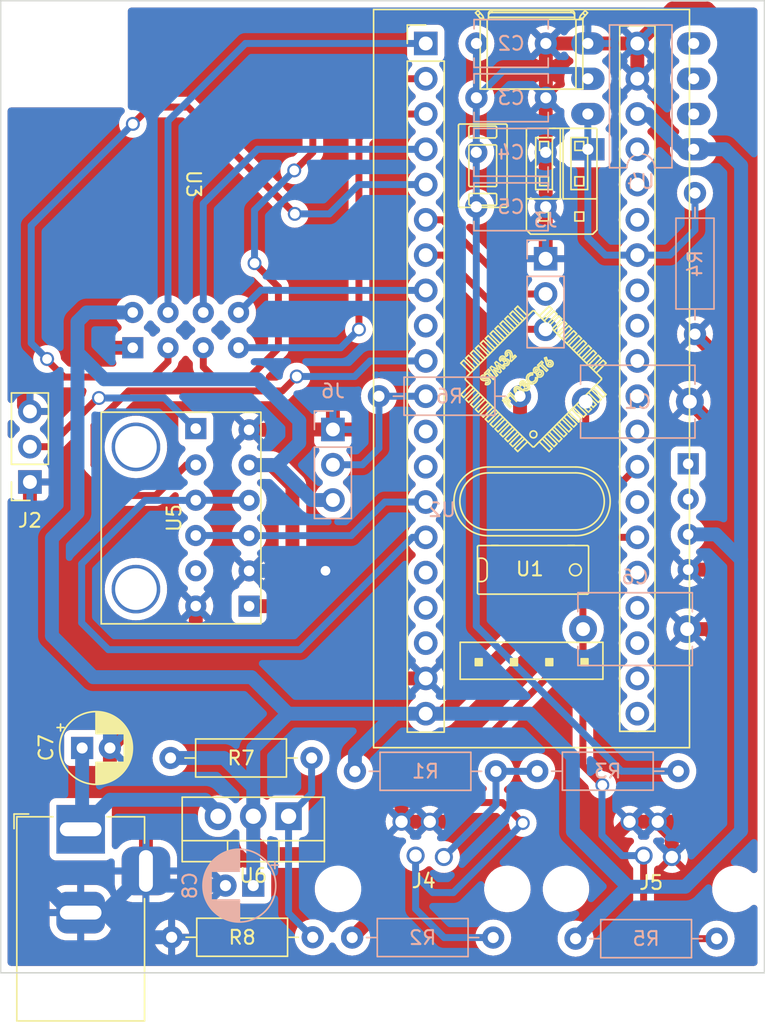
<source format=kicad_pcb>
(kicad_pcb (version 20211014) (generator pcbnew)
  (layers (0 "F.Cu" signal) (31 "B.Cu" signal) (34 "B.Paste" user) (35 "F.Paste" user) (36 "B.SilkS" user "B.Silkscreen") (37 "F.SilkS" user "F.Silkscreen") (38 "B.Mask" user) (39 "F.Mask" user) (44 "Edge.Cuts" user))
  (net 0 "")
  (net 1 "GND")
  (net 2 "Anemometer")
  (net 3 "+3V3")
  (net 4 "/32768Hz out")
  (net 5 "UART_TX")
  (net 6 "UART_RX")
  (net 7 "WindVane_raw")
  (net 8 "DS18B20")
  (net 9 "Wind_Vane")
  (net 10 "LoRa_NCSS")
  (net 11 "LoRa_SCLK")
  (net 12 "LoRa_MISO")
  (net 14 "LoRa_MOSI")
  (net 16 "LoRa_Reset")
  (net 19 "LoRa_DIO0")
  (net 21 "RTC_ALARM")
  (net 25 "I2C_CLK")
  (net 26 "Rain_Gauge")
  (net 27 "I2C_SDA")
  (net 40 "/Passive LPF")
  (net 45 "VCC")
  (net 46 "/V_adj")
  (footprint "RJ11-Connectors:4P4C" (layer "F.Cu") (at 196.81 103.46)
    (fp_text reference "J5" (at 0.04 0.045 unlocked) (layer "F.SilkS"))
    (fp_text value "4P4C" hide)
    (pad "" np_thru_hole circle (at 6.1 0.5) (size 2.36 2.36) (drill 2.36) (layers F&B.Cu *.Mask))
    (pad "" np_thru_hole circle (at -6.1 0.5) (size 2.36 2.36) (drill 2.36) (layers F&B.Cu *.Mask))
    (pad "1" thru_hole circle (at -1.525 -4.34) (size 1.3 1.3) (drill 0.89) (layers *.Cu *.Mask) (net 1 "GND"))
    (pad "2" thru_hole circle (at 0.51 -4.34) (size 1.3 1.3) (drill 0.89) (layers *.Cu *.Mask) (net 1 "GND"))
    (pad "3" thru_hole circle (at -0.51 -1.9) (size 1.3 1.3) (drill 0.89) (layers *.Cu *.Mask) (net 26 "Rain_Gauge"))
    (pad "4" thru_hole circle (at 1.525 -1.8) (size 1.3 1.3) (drill 0.89) (layers *.Cu *.Mask) (net 1 "GND"))
  )
  (footprint "Resistor_THT:R_Axial_DIN0207_L6.3mm_D2.5mm_P10.16mm_Horizontal" (layer "F.Cu") (at 172.39 94.53 180)
    (fp_text reference "R7" (at 5.08 -0.01) (layer "F.SilkS"))
    (fp_text value "240" hide)
    (pad "1" thru_hole circle (at 0 0 180) (size 1.6 1.6) (drill 0.8) (layers *.Cu *.Mask) (net 46 "/V_adj"))
    (pad "2" thru_hole oval (at 10.16 0 180) (size 1.6 1.6) (drill 0.8) (layers *.Cu *.Mask) (net 3 "+3V3"))
  )
  (footprint "Capacitor_THT:CP_Radial_D5.0mm_P2.00mm" (layer "F.Cu") (at 155.864888 93.81)
    (fp_text reference "C7" (at -2.594888 -0.02 90) (layer "F.SilkS"))
    (fp_text value "0.1u" hide)
    (pad "1" thru_hole rect (at 0 0) (size 1.6 1.6) (drill 0.8) (layers *.Cu *.Mask) (net 45 "VCC"))
    (pad "2" thru_hole circle (at 2 0) (size 1.6 1.6) (drill 0.8) (layers *.Cu *.Mask) (net 1 "GND"))
  )
  (footprint "Connector_BarrelJack:BarrelJack_Horizontal" (layer "F.Cu") (at 155.7605 99.664 90)
    (fp_text reference "J1" hide)
    (fp_text value "Barrel_Jack" hide)
    (pad "1" thru_hole rect (at 0 0 90) (size 3.5 3.5) (drill oval 1 3) (layers *.Cu *.Mask) (net 45 "VCC"))
    (pad "2" thru_hole roundrect (at -6 0 90) (size 3 3.5) (drill oval 1 3) (layers *.Cu *.Mask) (net 1 "GND"))
    (pad "3" thru_hole roundrect (at -3 4.7 90) (size 3.5 3.5) (drill oval 3 1) (layers *.Cu *.Mask) (net 1 "GND"))
  )
  (footprint "Connector_PinSocket_2.54mm:PinSocket_1x03_P2.54mm_Vertical" (layer "F.Cu") (at 152.105 74.655 180)
    (fp_text reference "J2" (at 0 -2.77) (layer "F.SilkS"))
    (fp_text value "Conn_01x03_Male" hide)
    (pad "1" thru_hole rect (at 0 0 180) (size 1.7 1.7) (drill 1) (layers *.Cu *.Mask) (net 1 "GND"))
    (pad "2" thru_hole oval (at 0 2.54 180) (size 1.7 1.7) (drill 1) (layers *.Cu *.Mask) (net 4 "/32768Hz out"))
    (pad "3" thru_hole oval (at 0 5.08 180) (size 1.7 1.7) (drill 1) (layers *.Cu *.Mask) (net 1 "GND"))
  )
  (footprint "BME280_Module:BME280_I2C_Small" (layer "F.Cu") (at 162.99 77.25 90)
    (fp_text reference "U5" (at 0 -0.5 90 unlocked) (layer "F.SilkS"))
    (fp_text value "BME280_I2C_New_LK888")
    (pad "" np_thru_hole circle (at 5.12 -3.25 90) (size 3.5 3.5) (drill 3) (layers F&B.Cu *.Mask))
    (pad "" np_thru_hole circle (at -5.12 -3.25 90) (size 3.5 3.5) (drill 3) (layers F&B.Cu *.Mask))
    (pad "1" thru_hole rect (at -6.35 4.9 180) (size 1.524 1.524) (drill 0.762) (layers *.Cu *.Mask) (net 3 "+3V3"))
    (pad "1" thru_hole circle (at 3.81 4.9 180) (size 1.524 1.524) (drill 0.762) (layers *.Cu *.Mask) (net 3 "+3V3"))
    (pad "2" thru_hole circle (at -3.81 4.9 180) (size 1.524 1.524) (drill 0.762) (layers *.Cu *.Mask) (net 1 "GND"))
    (pad "3" thru_hole circle (at -1.27 4.9 180) (size 1.524 1.524) (drill 0.762) (layers *.Cu *.Mask) (net 25 "I2C_CLK"))
    (pad "4" thru_hole circle (at 1.27 4.9 180) (size 1.524 1.524) (drill 0.762) (layers *.Cu *.Mask) (net 27 "I2C_SDA"))
    (pad "5" thru_hole circle (at 6.35 4.9 180) (size 1.524 1.524) (drill 0.762) (layers *.Cu *.Mask) (net 1 "GND"))
  )
  (footprint "Package_TO_SOT_THT:TO-220-3_Vertical" (layer "F.Cu") (at 170.73 98.725 180)
    (fp_text reference "U6" (at 2.54 -4.27) (layer "F.SilkS"))
    (fp_text value "LM317_TO-220")
    (pad "1" thru_hole rect (at 0 0 180) (size 1.905 2) (drill 1.1) (layers *.Cu *.Mask) (net 46 "/V_adj"))
    (pad "2" thru_hole oval (at 2.54 0 180) (size 1.905 2) (drill 1.1) (layers *.Cu *.Mask) (net 3 "+3V3"))
    (pad "3" thru_hole oval (at 5.08 0 180) (size 1.905 2) (drill 1.1) (layers *.Cu *.Mask) (net 45 "VCC"))
  )
  (footprint "RJ11-Connectors:4P4C" (layer "F.Cu") (at 180.39 103.46)
    (fp_text reference "J4" (at 0.077 -0.082 unlocked) (layer "F.SilkS"))
    (fp_text value "4P4C" hide)
    (pad "" np_thru_hole circle (at 6.1 0.5) (size 2.36 2.36) (drill 2.36) (layers F&B.Cu *.Mask))
    (pad "" np_thru_hole circle (at -6.1 0.5) (size 2.36 2.36) (drill 2.36) (layers F&B.Cu *.Mask))
    (pad "1" thru_hole circle (at -1.525 -4.34) (size 1.3 1.3) (drill 0.89) (layers *.Cu *.Mask) (net 1 "GND"))
    (pad "2" thru_hole circle (at 0.51 -4.34) (size 1.3 1.3) (drill 0.89) (layers *.Cu *.Mask) (net 1 "GND"))
    (pad "3" thru_hole circle (at -0.51 -1.9) (size 1.3 1.3) (drill 0.89) (layers *.Cu *.Mask) (net 2 "Anemometer"))
    (pad "4" thru_hole circle (at 1.525 -1.8) (size 1.3 1.3) (drill 0.89) (layers *.Cu *.Mask) (net 7 "WindVane_raw"))
  )
  (footprint "SX1278_Module:SX1278_Minimal" (layer "F.Cu") (at 163.39 53.19 -90)
    (fp_text reference "U3" (at 0 -0.5 -90 unlocked) (layer "F.SilkS"))
    (fp_text value "SX1278_Minimal")
    (pad "1" thru_hole rect (at 11.8 3.88 270) (size 1.524 1.524) (drill 0.762) (layers *.Cu *.Mask) (net 1 "GND"))
    (pad "2" thru_hole circle (at 9.26 3.88 270) (size 1.524 1.524) (drill 0.762) (layers *.Cu *.Mask) (net 3 "+3V3"))
    (pad "3" thru_hole circle (at 11.8 1.34 270) (size 1.524 1.524) (drill 0.762) (layers *.Cu *.Mask) (net 16 "LoRa_Reset"))
    (pad "4" thru_hole circle (at 9.26 1.34 270) (size 1.524 1.524) (drill 0.762) (layers *.Cu *.Mask) (net 10 "LoRa_NCSS"))
    (pad "5" thru_hole circle (at 11.8 -1.2 270) (size 1.524 1.524) (drill 0.762) (layers *.Cu *.Mask) (net 11 "LoRa_SCLK"))
    (pad "6" thru_hole circle (at 9.26 -1.2 270) (size 1.524 1.524) (drill 0.762) (layers *.Cu *.Mask) (net 14 "LoRa_MOSI"))
    (pad "7" thru_hole circle (at 11.8 -3.74 270) (size 1.524 1.524) (drill 0.762) (layers *.Cu *.Mask) (net 12 "LoRa_MISO"))
    (pad "8" thru_hole circle (at 9.26 -3.74 270) (size 1.524 1.524) (drill 0.762) (layers *.Cu *.Mask) (net 19 "LoRa_DIO0"))
  )
  (footprint "Resistor_THT:R_Axial_DIN0207_L6.3mm_D2.5mm_P10.16mm_Horizontal" (layer "F.Cu") (at 172.47 107.44 180)
    (fp_text reference "R8" (at 5.08 -0.01) (layer "F.SilkS"))
    (fp_text value "390" hide)
    (pad "1" thru_hole circle (at 0 0 180) (size 1.6 1.6) (drill 0.8) (layers *.Cu *.Mask) (net 46 "/V_adj"))
    (pad "2" thru_hole oval (at 10.16 0 180) (size 1.6 1.6) (drill 0.8) (layers *.Cu *.Mask) (net 1 "GND"))
  )
  (footprint "KiCAD_STM32_BluePill:YAAJ_BluePill_1" (layer "F.Cu") (at 180.61 43.08)
    (fp_text reference "U1" (at 7.493 37.846) (layer "F.SilkS"))
    (fp_text value "YAAJ_BluePill" hide)
    (pad "1" thru_hole rect locked (at 0 0) (size 1.7 1.7) (drill 1) (layers *.Cu *.Mask) (net 10 "LoRa_NCSS"))
    (pad "2" thru_hole circle locked (at 0 2.54) (size 1.7 1.7) (drill 1) (layers *.Cu *.Mask) (net 11 "LoRa_SCLK"))
    (pad "3" thru_hole circle locked (at 0 5.08) (size 1.7 1.7) (drill 1) (layers *.Cu *.Mask) (net 12 "LoRa_MISO"))
    (pad "4" thru_hole circle locked (at 0 7.62) (size 1.7 1.7) (drill 1) (layers *.Cu *.Mask) (net 14 "LoRa_MOSI"))
    (pad "5" thru_hole circle locked (at 0 10.16) (size 1.7 1.7) (drill 1) (layers *.Cu *.Mask) (net 16 "LoRa_Reset"))
    (pad "6" thru_hole circle locked (at 0 12.7) (size 1.7 1.7) (drill 1) (layers *.Cu *.Mask) (net 5 "UART_TX"))
    (pad "7" thru_hole circle locked (at 0 15.24) (size 1.7 1.7) (drill 1) (layers *.Cu *.Mask) (net 6 "UART_RX"))
    (pad "8" thru_hole circle locked (at 0 17.78) (size 1.7 1.7) (drill 1) (layers *.Cu *.Mask) (net 19 "LoRa_DIO0"))
    (pad "9" thru_hole circle locked (at 0 20.32) (size 1.7 1.7) (drill 1) (layers *.Cu *.Mask))
    (pad "10" thru_hole circle locked (at 0 22.86) (size 1.7 1.7) (drill 1) (layers *.Cu *.Mask) (net 21 "RTC_ALARM"))
    (pad "11" thru_hole circle locked (at 0 25.4) (size 1.7 1.7) (drill 1) (layers *.Cu *.Mask) (net 8 "DS18B20"))
    (pad "12" thru_hole circle locked (at 0 27.94) (size 1.7 1.7) (drill 1) (layers *.Cu *.Mask))
    (pad "13" thru_hole circle locked (at 0 30.48) (size 1.7 1.7) (drill 1) (layers *.Cu *.Mask))
    (pad "14" thru_hole circle locked (at 0 33.02) (size 1.7 1.7) (drill 1) (layers *.Cu *.Mask) (net 25 "I2C_CLK"))
    (pad "15" thru_hole circle locked (at 0 35.56) (size 1.7 1.7) (drill 1) (layers *.Cu *.Mask) (net 27 "I2C_SDA"))
    (pad "16" thru_hole circle locked (at 0 38.1) (size 1.7 1.7) (drill 1) (layers *.Cu *.Mask))
    (pad "17" thru_hole circle locked (at 0 40.64) (size 1.7 1.7) (drill 1) (layers *.Cu *.Mask))
    (pad "18" thru_hole circle locked (at 0 43.18) (size 1.7 1.7) (drill 1) (layers *.Cu *.Mask))
    (pad "19" thru_hole circle locked (at 0 45.72) (size 1.7 1.7) (drill 1) (layers *.Cu *.Mask) (net 1 "GND"))
    (pad "20" thru_hole circle locked (at 0 48.26) (size 1.7 1.7) (drill 1) (layers *.Cu *.Mask) (net 3 "+3V3"))
    (pad "21" thru_hole circle locked (at 15.24 48.26) (size 1.7 1.7) (drill 1) (layers *.Cu *.Mask))
    (pad "22" thru_hole circle locked (at 15.24 45.72) (size 1.7 1.7) (drill 1) (layers *.Cu *.Mask))
    (pad "23" thru_hole circle locked (at 15.24 43.18) (size 1.7 1.7) (drill 1) (layers *.Cu *.Mask))
    (pad "24" thru_hole circle locked (at 15.24 40.64) (size 1.7 1.7) (drill 1) (layers *.Cu *.Mask))
    (pad "25" thru_hole circle locked (at 15.24 38.1) (size 1.7 1.7) (drill 1) (layers *.Cu *.Mask))
    (pad "26" thru_hole circle locked (at 15.24 35.56) (size 1.7 1.7) (drill 1) (layers *.Cu *.Mask) (net 26 "Rain_Gauge"))
    (pad "27" thru_hole circle locked (at 15.24 33.02) (size 1.7 1.7) (drill 1) (layers *.Cu *.Mask))
    (pad "28" thru_hole circle locked (at 15.24 30.48) (size 1.7 1.7) (drill 1) (layers *.Cu *.Mask) (net 2 "Anemometer"))
    (pad "29" thru_hole circle locked (at 15.24 27.94) (size 1.7 1.7) (drill 1) (layers *.Cu *.Mask))
    (pad "30" thru_hole circle locked (at 15.24 25.4) (size 1.7 1.7) (drill 1) (layers *.Cu *.Mask))
    (pad "31" thru_hole circle locked (at 15.24 22.86) (size 1.7 1.7) (drill 1) (layers *.Cu *.Mask))
    (pad "32" thru_hole circle locked (at 15.24 20.32) (size 1.7 1.7) (drill 1) (layers *.Cu *.Mask))
    (pad "33" thru_hole circle locked (at 15.24 17.78) (size 1.7 1.7) (drill 1) (layers *.Cu *.Mask))
    (pad "34" thru_hole circle locked (at 15.24 15.24) (size 1.7 1.7) (drill 1) (layers *.Cu *.Mask) (net 9 "Wind_Vane"))
    (pad "35" thru_hole circle locked (at 15.24 12.7) (size 1.7 1.7) (drill 1) (layers *.Cu *.Mask))
    (pad "36" thru_hole circle locked (at 15.24 10.16) (size 1.7 1.7) (drill 1) (layers *.Cu *.Mask))
    (pad "37" thru_hole circle locked (at 15.24 7.62) (size 1.7 1.7) (drill 1) (layers *.Cu *.Mask))
    (pad "38" thru_hole circle locked (at 15.24 5.08) (size 1.7 1.7) (drill 1) (layers *.Cu *.Mask) (net 3 "+3V3"))
    (pad "39" thru_hole circle locked (at 15.24 2.54) (size 1.7 1.7) (drill 1) (layers *.Cu *.Mask) (net 1 "GND"))
    (pad "40" thru_hole circle locked (at 15.24 0) (size 1.7 1.7) (drill 1) (layers *.Cu *.Mask) (net 1 "GND"))
  )
  (footprint "Capacitor_THT:C_Disc_D5.1mm_W3.2mm_P5.00mm" (layer "B.Cu") (at 184.25 54.84)
    (fp_text reference "C5" (at 2.5 0) (layer "B.SilkS") (effects (justify mirror)))
    (fp_text value "2.2n" hide)
    (pad "1" thru_hole circle (at 0 0) (size 1.6 1.6) (drill 0.8) (layers *.Cu *.Mask) (net 40 "/Passive LPF"))
    (pad "2" thru_hole circle (at 5 0) (size 1.6 1.6) (drill 0.8) (layers *.Cu *.Mask) (net 1 "GND"))
  )
  (footprint "Package_DIP:DIP-8_W7.62mm_LongPads" (layer "B.Cu") (at 192.285 50.7)
    (fp_text reference "U4" (at 3.81 2.33) (layer "B.SilkS") (effects (justify mirror)))
    (fp_text value "MCP6002-xP")
    (pad "1" thru_hole rect (at 0 0) (size 2.4 1.6) (drill 0.8) (layers *.Cu *.Mask) (net 9 "Wind_Vane"))
    (pad "2" thru_hole oval (at 0 -2.54) (size 2.4 1.6) (drill 0.8) (layers *.Cu *.Mask) (net 9 "Wind_Vane"))
    (pad "3" thru_hole oval (at 0 -5.08) (size 2.4 1.6) (drill 0.8) (layers *.Cu *.Mask) (net 40 "/Passive LPF"))
    (pad "4" thru_hole oval (at 0 -7.62) (size 2.4 1.6) (drill 0.8) (layers *.Cu *.Mask) (net 1 "GND"))
    (pad "5" thru_hole oval (at 7.62 -7.62) (size 2.4 1.6) (drill 0.8) (layers *.Cu *.Mask))
    (pad "6" thru_hole oval (at 7.62 -5.08) (size 2.4 1.6) (drill 0.8) (layers *.Cu *.Mask))
    (pad "7" thru_hole oval (at 7.62 -2.54) (size 2.4 1.6) (drill 0.8) (layers *.Cu *.Mask))
    (pad "8" thru_hole oval (at 7.62 0) (size 2.4 1.6) (drill 0.8) (layers *.Cu *.Mask) (net 3 "+3V3"))
  )
  (footprint "Capacitor_THT:C_Disc_D8.0mm_W5.0mm_P7.50mm" (layer "B.Cu") (at 199.63 68.87 180)
    (fp_text reference "C1" (at 3.75 0) (layer "B.SilkS") (effects (justify mirror)))
    (fp_text value "68n" hide)
    (pad "1" thru_hole circle (at 0 0 180) (size 2 2) (drill 1) (layers *.Cu *.Mask) (net 1 "GND"))
    (pad "2" thru_hole circle (at 7.5 0 180) (size 2 2) (drill 1) (layers *.Cu *.Mask) (net 2 "Anemometer"))
  )
  (footprint "Capacitor_THT:C_Disc_D5.1mm_W3.2mm_P5.00mm" (layer "B.Cu") (at 184.25 50.92)
    (fp_text reference "C4" (at 2.5 0) (layer "B.SilkS") (effects (justify mirror)))
    (fp_text value "3.3n" hide)
    (pad "1" thru_hole circle (at 0 0) (size 1.6 1.6) (drill 0.8) (layers *.Cu *.Mask) (net 40 "/Passive LPF"))
    (pad "2" thru_hole circle (at 5 0) (size 1.6 1.6) (drill 0.8) (layers *.Cu *.Mask) (net 1 "GND"))
  )
  (footprint "Capacitor_THT:C_Disc_D5.1mm_W3.2mm_P5.00mm" (layer "B.Cu") (at 184.26 43.08)
    (fp_text reference "C2" (at 2.5 0) (layer "B.SilkS") (effects (justify mirror)))
    (fp_text value "10n" hide)
    (pad "1" thru_hole circle (at 0 0) (size 1.6 1.6) (drill 0.8) (layers *.Cu *.Mask) (net 40 "/Passive LPF"))
    (pad "2" thru_hole circle (at 5 0) (size 1.6 1.6) (drill 0.8) (layers *.Cu *.Mask) (net 1 "GND"))
  )
  (footprint "Capacitor_THT:CP_Radial_D5.0mm_P2.00mm" (layer "B.Cu") (at 168.19 103.72 180)
    (fp_text reference "C8" (at 4.57 0 90) (layer "B.SilkS") (effects (justify mirror)))
    (fp_text value "1u" hide)
    (pad "1" thru_hole rect (at 0 0 180) (size 1.6 1.6) (drill 0.8) (layers *.Cu *.Mask) (net 3 "+3V3"))
    (pad "2" thru_hole circle (at 2 0 180) (size 1.6 1.6) (drill 0.8) (layers *.Cu *.Mask) (net 1 "GND"))
  )
  (footprint "Resistor_THT:R_Axial_DIN0207_L6.3mm_D2.5mm_P10.16mm_Horizontal" (layer "B.Cu") (at 187.4 68.48 180)
    (fp_text reference "R6" (at 5.08 0) (layer "B.SilkS") (effects (justify mirror)))
    (fp_text value "4.7k" hide)
    (pad "1" thru_hole circle (at 0 0 180) (size 1.6 1.6) (drill 0.8) (layers *.Cu *.Mask) (net 3 "+3V3"))
    (pad "2" thru_hole oval (at 10.16 0 180) (size 1.6 1.6) (drill 0.8) (layers *.Cu *.Mask) (net 8 "DS18B20"))
  )
  (footprint "Connector_PinSocket_2.54mm:PinSocket_1x03_P2.54mm_Vertical" (layer "B.Cu") (at 189.24 58.58 180)
    (fp_text reference "J3" (at 0 2.77) (layer "B.SilkS") (effects (justify mirror)))
    (fp_text value "Conn_01x03_Male" hide)
    (pad "1" thru_hole rect (at 0 0 180) (size 1.7 1.7) (drill 1) (layers *.Cu *.Mask) (net 1 "GND"))
    (pad "2" thru_hole oval (at 0 -2.54 180) (size 1.7 1.7) (drill 1) (layers *.Cu *.Mask) (net 5 "UART_TX"))
    (pad "3" thru_hole oval (at 0 -5.08 180) (size 1.7 1.7) (drill 1) (layers *.Cu *.Mask) (net 6 "UART_RX"))
  )
  (footprint "Resistor_THT:R_Axial_DIN0207_L6.3mm_D2.5mm_P10.16mm_Horizontal" (layer "B.Cu") (at 200 64.01 90)
    (fp_text reference "R4" (at 5.08 0.01 90) (layer "B.SilkS") (effects (justify mirror)))
    (fp_text value "3.3k" hide)
    (pad "1" thru_hole circle (at 0 0 90) (size 1.6 1.6) (drill 0.8) (layers *.Cu *.Mask) (net 1 "GND"))
    (pad "2" thru_hole oval (at 10.16 0 90) (size 1.6 1.6) (drill 0.8) (layers *.Cu *.Mask) (net 9 "Wind_Vane"))
  )
  (footprint "DS3231_Module:DS3231_Module_FullSize" (layer "B.Cu") (at 181.78 77.16 180)
    (fp_text reference "U2" (at 0 0.5 unlocked) (layer "B.SilkS") (effects (justify mirror)))
    (fp_text value "DS3231_Full_Pinout")
    (pad "1" thru_hole rect (at -17.73 3.81 180) (size 1.524 1.524) (drill 0.762) (layers *.Cu *.Mask))
    (pad "2" thru_hole circle (at -17.73 1.27 180) (size 1.524 1.524) (drill 0.762) (layers *.Cu *.Mask))
    (pad "3" thru_hole circle (at -17.73 -1.27 180) (size 1.524 1.524) (drill 0.762) (layers *.Cu *.Mask) (net 3 "+3V3"))
    (pad "4" thru_hole circle (at -17.73 -3.81 180) (size 1.524 1.524) (drill 0.762) (layers *.Cu *.Mask) (net 1 "GND"))
    (pad "5" thru_hole rect (at 17.73 6.35 180) (size 1.524 1.524) (drill 0.762) (layers *.Cu *.Mask) (net 4 "/32768Hz out"))
    (pad "6" thru_hole circle (at 17.73 3.73 180) (size 1.524 1.524) (drill 0.762) (layers *.Cu *.Mask) (net 21 "RTC_ALARM"))
    (pad "7" thru_hole circle (at 17.73 -1.35 180) (size 1.524 1.524) (drill 0.762) (layers *.Cu *.Mask) (net 25 "I2C_CLK"))
    (pad "8" thru_hole circle (at 17.73 1.19 180) (size 1.524 1.524) (drill 0.762) (layers *.Cu *.Mask) (net 27 "I2C_SDA"))
    (pad "9" thru_hole circle (at 17.73 -3.89 180) (size 1.524 1.524) (drill 0.762) (layers *.Cu *.Mask))
    (pad "10" thru_hole circle (at 17.73 -6.43 180) (size 1.524 1.524) (drill 0.762) (layers *.Cu *.Mask) (net 1 "GND"))
  )
  (footprint "Resistor_THT:R_Axial_DIN0207_L6.3mm_D2.5mm_P10.16mm_Horizontal" (layer "B.Cu") (at 188.64 95.48)
    (fp_text reference "R3" (at 5.08 0) (layer "B.SilkS") (effects (justify mirror)))
    (fp_text value "680" hide)
    (pad "1" thru_hole circle (at 0 0) (size 1.6 1.6) (drill 0.8) (layers *.Cu *.Mask) (net 7 "WindVane_raw"))
    (pad "2" thru_hole oval (at 10.16 0) (size 1.6 1.6) (drill 0.8) (layers *.Cu *.Mask) (net 40 "/Passive LPF"))
  )
  (footprint "Resistor_THT:R_Axial_DIN0207_L6.3mm_D2.5mm_P10.16mm_Horizontal" (layer "B.Cu") (at 191.4 107.54)
    (fp_text reference "R5" (at 5.08 0) (layer "B.SilkS") (effects (justify mirror)))
    (fp_text value "33k" hide)
    (pad "1" thru_hole circle (at 0 0) (size 1.6 1.6) (drill 0.8) (layers *.Cu *.Mask) (net 3 "+3V3"))
    (pad "2" thru_hole oval (at 10.16 0) (size 1.6 1.6) (drill 0.8) (layers *.Cu *.Mask) (net 26 "Rain_Gauge"))
  )
  (footprint "Capacitor_THT:C_Disc_D8.0mm_W5.0mm_P7.50mm" (layer "B.Cu") (at 199.44 85.25 180)
    (fp_text reference "C6" (at 3.75 3.75) (layer "B.SilkS") (effects (justify mirror)))
    (fp_text value "68n")
    (pad "1" thru_hole circle (at 0 0 180) (size 2 2) (drill 1) (layers *.Cu *.Mask) (net 1 "GND"))
    (pad "2" thru_hole circle (at 7.5 0 180) (size 2 2) (drill 1) (layers *.Cu *.Mask) (net 26 "Rain_Gauge"))
  )
  (footprint "Resistor_THT:R_Axial_DIN0207_L6.3mm_D2.5mm_P10.16mm_Horizontal" (layer "B.Cu") (at 175.51 95.49)
    (fp_text reference "R1" (at 5.08 0) (layer "B.SilkS") (effects (justify mirror)))
    (fp_text value "3k" hide)
    (pad "1" thru_hole circle (at 0 0) (size 1.6 1.6) (drill 0.8) (layers *.Cu *.Mask) (net 3 "+3V3"))
    (pad "2" thru_hole oval (at 10.16 0) (size 1.6 1.6) (drill 0.8) (layers *.Cu *.Mask) (net 7 "WindVane_raw"))
  )
  (footprint "Connector_PinSocket_2.54mm:PinSocket_1x03_P2.54mm_Vertical" (layer "B.Cu") (at 173.925 70.875 180)
    (fp_text reference "J6" (at 0 2.77) (layer "B.SilkS") (effects (justify mirror)))
    (fp_text value "Conn_01x03_Male")
    (pad "1" thru_hole rect (at 0 0 180) (size 1.7 1.7) (drill 1) (layers *.Cu *.Mask) (net 1 "GND"))
    (pad "2" thru_hole oval (at 0 -2.54 180) (size 1.7 1.7) (drill 1) (layers *.Cu *.Mask) (net 8 "DS18B20"))
    (pad "3" thru_hole oval (at 0 -5.08 180) (size 1.7 1.7) (drill 1) (layers *.Cu *.Mask) (net 3 "+3V3"))
  )
  (footprint "Resistor_THT:R_Axial_DIN0207_L6.3mm_D2.5mm_P10.16mm_Horizontal" (layer "B.Cu") (at 175.31 107.46)
    (fp_text reference "R2" (at 5.08 0.01) (layer "B.SilkS") (effects (justify mirror)))
    (fp_text value "33k" hide)
    (pad "1" thru_hole circle (at 0 0) (size 1.6 1.6) (drill 0.8) (layers *.Cu *.Mask) (net 3 "+3V3"))
    (pad "2" thru_hole oval (at 10.16 0) (size 1.6 1.6) (drill 0.8) (layers *.Cu *.Mask) (net 2 "Anemometer"))
  )
  (footprint "Capacitor_THT:C_Disc_D5.1mm_W3.2mm_P5.00mm" (layer "B.Cu") (at 184.26 46.99)
    (fp_text reference "C3" (at 2.5 0) (layer "B.SilkS") (effects (justify mirror)))
    (fp_text value "4.7n" hide)
    (pad "1" thru_hole circle (at 0 0) (size 1.6 1.6) (drill 0.8) (layers *.Cu *.Mask) (net 40 "/Passive LPF"))
    (pad "2" thru_hole circle (at 5 0) (size 1.6 1.6) (drill 0.8) (layers *.Cu *.Mask) (net 1 "GND"))
  )
  (gr_rect (start 150 40) (end 205 110) (layer "Edge.Cuts") (width 0.1) (fill none))
  (segment (start 197.32 99.12) (end 198.34 100.14) (width 1) (layer "F.Cu") (net 1))
  (segment (start 200 64.01) (end 202.65 66.66) (width 1) (layer "F.Cu") (net 1))
  (segment (start 202.65 95.86) (end 199.39 99.12) (width 1) (layer "F.Cu") (net 1))
  (segment (start 198.34 100.14) (end 198.34 100.5) (width 1) (layer "F.Cu") (net 1))
  (segment (start 192.285 43.08) (end 195.85 43.08) (width 1) (layer "F.Cu") (net 1))
  (segment (start 152.105 74.655) (end 152.105 86.45109) (width 1) (layer "F.Cu") (net 1))
  (segment (start 160.4605 102.664) (end 160.4605 98.2705) (width 1) (layer "F.Cu") (net 1))
  (segment (start 198.335 100.505) (end 198.335 101.66) (width 1) (layer "F.Cu") (net 1))
  (segment (start 160.4605 98.2705) (end 157.864888 95.674888) (width 1) (layer "F.Cu") (net 1))
  (segment (start 193.205 101.2) (end 195.285 99.12) (width 1) (layer "F.Cu") (net 1))
  (segment (start 202.65 71.89) (end 202.65 72.25) (width 1) (layer "F.Cu") (net 1))
  (segment (start 202.65 67.03) (end 202.65 72.25) (width 1) (layer "F.Cu") (net 1))
  (segment (start 163.57 51.28) (end 173.925 61.635) (width 1) (layer "F.Cu") (net 1))
  (segment (start 155.38 51.28) (end 163.57 51.28) (width 1) (layer "F.Cu") (net 1))
  (segment (start 200.93 85.25) (end 202.65 86.97) (width 1) (layer "F.Cu") (net 1))
  (segment (start 155.96 64.99) (end 159.51 64.99) (width 1) (layer "F.Cu") (net 1))
  (segment (start 201.16 80.97) (end 199.51 80.97) (width 1) (layer "F.Cu") (net 1))
  (segment (start 199.44 85.25) (end 200.93 85.25) (width 1) (layer "F.Cu") (net 1))
  (segment (start 173.39 81.05) (end 177.59 76.85) (width 1) (layer "F.Cu") (net 1))
  (segment (start 178.865 99.12) (end 178.865 95.385) (width 1) (layer "F.Cu") (net 1))
  (segment (start 176.475 70.875) (end 173.925 70.875) (width 1) (layer "F.Cu") (net 1))
  (segment (start 152.105 69.575) (end 151.68 69.15) (width 1) (layer "F.Cu") (net 1))
  (segment (start 195.85 43.08) (end 198.36 40.57) (width 1) (layer "F.Cu") (net 1))
  (segment (start 202.65 86.97) (end 202.65 95.86) (width 1) (layer "F.Cu") (net 1))
  (segment (start 157.864888 95.674888) (end 157.864888 93.81) (width 1) (layer "F.Cu") (net 1))
  (segment (start 173.39 83.8) (end 178.39 88.8) (width 1) (layer "F.Cu") (net 1))
  (segment (start 182.64 99.12) (end 184.72 101.2) (width 1) (layer "F.Cu") (net 1))
  (segment (start 172.28 88.8) (end 178.39 88.8) (width 1) (layer "F.Cu") (net 1))
  (segment (start 189.25 54.84) (end 189.25 58.57) (width 1) (layer "F.Cu") (net 1))
  (segment (start 198.34 100.5) (end 198.335 100.505) (width 1) (layer "F.Cu") (net 1))
  (segment (start 167.89 70.9) (end 170.21 70.9) (width 1) (layer "F.Cu") (net 1))
  (segment (start 177.59 71.99) (end 176.475 70.875) (width 1) (layer "F.Cu") (net 1))
  (segment (start 167.23 88.8) (end 172.28 88.8) (width 1) (layer "F.Cu") (net 1))
  (segment (start 164.05 85.62) (end 164.05 83.59) (width 1) (layer "F.Cu") (net 1))
  (segment (start 151.68 69.15) (end 151.68 63.63) (width 1) (layer "F.Cu") (net 1))
  (segment (start 202.65 82.46) (end 202.65 82.61) (width 1) (layer "F.Cu") (net 1))
  (segment (start 162.874888 88.8) (end 167.23 88.8) (width 1) (layer "F.Cu") (net 1))
  (segment (start 189.25 58.57) (end 189.24 58.58) (width 1) (layer "F.Cu") (net 1))
  (segment (start 199.63 68.87) (end 202.65 71.89) (width 1) (layer "F.Cu") (net 1))
  (segment (start 202.65 72.25) (end 202.65 82.61) (width 1) (layer "F.Cu") (net 1))
  (segment (start 201.16 80.97) (end 202.65 82.46) (width 1) (layer "F.Cu") (net 1))
  (segment (start 157.864888 93.81) (end 160.397444 91.277444) (width 1) (layer "F.Cu") (net 1))
  (segment (start 195.285 99.12) (end 197.32 99.12) (width 1) (layer "F.Cu") (net 1))
  (segment (start 177.59 76.85) (end 177.59 71.99) (width 1) (layer "F.Cu") (net 1))
  (segment (start 199.39 99.12) (end 197.32 99.12) (width 1) (layer "F.Cu") (net 1))
  (segment (start 151.68 63.63) (end 153.14 62.17) (width 1) (layer "F.Cu") (net 1))
  (segment (start 153.14 53.52) (end 155.38 51.28) (width 1) (layer "F.Cu") (net 1))
  (segment (start 178.39 88.8) (end 180.61 88.8) (width 1) (layer "F.Cu") (net 1))
  (segment (start 160.397444 91.277444) (end 162.874888 88.8) (width 1) (layer "F.Cu") (net 1))
  (segment (start 173.925 70.875) (end 170.235 70.875) (width 1) (layer "F.Cu") (net 1))
  (segment (start 167.23 88.8) (end 164.05 85.62) (width 1) (layer "F.Cu") (net 1))
  (segment (start 202.65 66.66) (end 202.65 67.03) (width 1) (layer "F.Cu") (net 1))
  (segment (start 184.72 101.2) (end 193.205 101.2) (width 1) (layer "F.Cu") (net 1))
  (segment (start 189.25 54.84) (end 189.25 50.92) (width 1) (layer "F.Cu") (net 1))
  (segment (start 152.105 86.45109) (end 156.931354 91.277444) (width 1) (layer "F.Cu") (net 1))
  (segment (start 153.14 62.17) (end 153.14 53.52) (width 1) (layer "F.Cu") (net 1))
  (segment (start 195.85 45.62) (end 195.85 43.08) (width 1) (layer "F.Cu") (net 1))
  (segment (start 173.925 61.635) (end 173.925 70.875) (width 1) (layer "F.Cu") (net 1))
  (segment (start 178.865 99.12) (end 180.9 99.12) (width 1) (layer "F.Cu") (net 1))
  (segment (start 153.14 62.17) (end 155.96 64.99) (width 1) (layer "F.Cu") (net 1))
  (segment (start 173.39 81.05) (end 173.39 83.8) (width 1) (layer "F.Cu") (net 1))
  (segment (start 202.65 82.61) (end 202.65 86.97) (width 1) (layer "F.Cu") (net 1))
  (segment (start 156.931354 91.277444) (end 160.397444 91.277444) (width 1) (layer "F.Cu") (net 1))
  (segment (start 180.9 99.12) (end 182.64 99.12) (width 1) (layer "F.Cu") (net 1))
  (segment (start 189.25 50.92) (end 189.25 47) (width 1) (layer "F.Cu") (net 1))
  (segment (start 200.89 40.57) (end 202.65 42.33) (width 1) (layer "F.Cu") (net 1))
  (segment (start 170.235 70.875) (end 170.21 70.9) (width 1) (layer "F.Cu") (net 1))
  (segment (start 189.26 43.08) (end 192.285 43.08) (width 1) (layer "F.Cu") (net 1))
  (segment (start 178.865 95.385) (end 172.28 88.8) (width 1) (layer "F.Cu") (net 1))
  (segment (start 198.36 40.57) (end 200.89 40.57) (width 1) (layer "F.Cu") (net 1))
  (segment (start 202.65 42.33) (end 202.65 67.03) (width 1) (layer "F.Cu") (net 1))
  (segment (start 189.26 43.08) (end 189.26 46.99) (width 1) (layer "F.Cu") (net 1))
  (via (at 173.39 81.05) (size 1) (drill 0.7) (layers "F.Cu" "B.Cu") (net 1))
  (segment (start 161.5165 103.72) (end 160.4605 102.664) (width 1) (layer "B.Cu") (net 1))
  (segment (start 156.72 91.25) (end 154.08 91.25) (width 1) (layer "B.Cu") (net 1))
  (segment (start 162.31 107.44) (end 159.2365 107.44) (width 1) (layer "B.Cu") (net 1))
  (segment (start 152.28 102.87) (end 155.074 105.664) (width 1) (layer "B.Cu") (net 1))
  (segment (start 154.08 91.25) (end 152.28 93.05) (width 1) (layer "B.Cu") (net 1))
  (segment (start 152.28 93.05) (end 152.28 102.87) (width 1) (layer "B.Cu") (net 1))
  (segment (start 157.4605 105.664) (end 160.4605 102.664) (width 1) (layer "B.Cu") (net 1))
  (segment (start 155.074 105.664) (end 155.7605 105.664) (width 1) (layer "B.Cu") (net 1))
  (segment (start 157.864888 93.81) (end 157.864888 92.394888) (width 1) (layer "B.Cu") (net 1))
  (segment (start 155.7605 105.664) (end 157.4605 105.664) (width 1) (layer "B.Cu") (net 1))
  (segment (start 189.25 47) (end 189.26 46.99) (width 1) (layer "B.Cu") (net 1))
  (segment (start 173.38 81.06) (end 173.39 81.05) (width 1) (layer "B.Cu") (net 1))
  (segment (start 159.2365 107.44) (end 157.4605 105.664) (width 1) (layer "B.Cu") (net 1))
  (segment (start 166.19 103.72) (end 161.5165 103.72) (width 1) (layer "B.Cu") (net 1))
  (segment (start 157.864888 92.394888) (end 156.72 91.25) (width 1) (layer "B.Cu") (net 1))
  (segment (start 167.89 81.06) (end 173.38 81.06) (width 1) (layer "B.Cu") (net 1))
  (segment (start 192.13 77.28) (end 192.13 68.87) (width 0.5) (layer "F.Cu") (net 2))
  (segment (start 190 79.41) (end 192.13 77.28) (width 0.5) (layer "F.Cu") (net 2))
  (segment (start 187.6 99.21) (end 186.13 97.74) (width 0.5) (layer "F.Cu") (net 2))
  (segment (start 183.19 96.85) (end 183.19 94.88) (width 0.5) (layer "F.Cu") (net 2))
  (segment (start 184.08 97.74) (end 183.19 96.85) (width 0.5) (layer "F.Cu") (net 2))
  (segment (start 186.13 97.74) (end 184.08 97.74) (width 0.5) (layer "F.Cu") (net 2))
  (segment (start 190 79.41) (end 195.85 73.56) (width 0.5) (layer "F.Cu") (net 2))
  (segment (start 190 88.07) (end 190 79.41) (width 0.5) (layer "F.Cu") (net 2))
  (segment (start 183.19 94.88) (end 190 88.07) (width 0.5) (layer "F.Cu") (net 2))
  (via (at 187.6 99.21) (size 1) (drill 0.7) (layers "F.Cu" "B.Cu") (net 2))
  (segment (start 182.33 104.22) (end 182.6 104.22) (width 0.5) (layer "B.Cu") (net 2))
  (segment (start 179.88 101.56) (end 179.88 102.98) (width 0.5) (layer "B.Cu") (net 2))
  (segment (start 179.88 105.4) (end 181.94 107.46) (width 0.5) (layer "B.Cu") (net 2))
  (segment (start 181.12 104.22) (end 182.33 104.22) (width 0.5) (layer "B.Cu") (net 2))
  (segment (start 181.94 107.46) (end 185.47 107.46) (width 0.5) (layer "B.Cu") (net 2))
  (segment (start 187.6 99.22) (end 187.6 99.21) (width 0.5) (layer "B.Cu") (net 2))
  (segment (start 179.88 102.98) (end 181.12 104.22) (width 0.5) (layer "B.Cu") (net 2))
  (segment (start 182.6 104.22) (end 185.31 101.51) (width 0.5) (layer "B.Cu") (net 2))
  (segment (start 185.31 101.51) (end 187.6 99.22) (width 0.5) (layer "B.Cu") (net 2))
  (segment (start 179.88 102.98) (end 179.88 105.4) (width 0.5) (layer "B.Cu") (net 2))
  (segment (start 171.01 82.85) (end 170.26 83.6) (width 1) (layer "F.Cu") (net 3))
  (segment (start 187.4 85.752081) (end 187.4 68.48) (width 1) (layer "F.Cu") (net 3))
  (segment (start 177.07 103.21) (end 177.07 105.7) (width 1) (layer "F.Cu") (net 3))
  (segment (start 167.89 73.44) (end 169.51 73.44) (width 1) (layer "F.Cu") (net 3))
  (segment (start 181.812081 91.34) (end 187.4 85.752081) (width 1) (layer "F.Cu") (net 3))
  (segment (start 169.51 73.44) (end 171.01 74.94) (width 1) (layer "F.Cu") (net 3))
  (segment (start 175.31 101.45) (end 177.07 103.21) (width 1) (layer "F.Cu") (net 3))
  (segment (start 169.14 101.45) (end 175.31 101.45) (width 1) (layer "F.Cu") (net 3))
  (segment (start 177.07 105.7) (end 175.31 107.46) (width 1) (layer "F.Cu") (net 3))
  (segment (start 180.61 91.34) (end 181.812081 91.34) (width 1) (layer "F.Cu") (net 3))
  (segment (start 171.01 74.94) (end 171.01 82.85) (width 1) (layer "F.Cu") (net 3))
  (segment (start 170.26 83.6) (end 167.89 83.6) (width 1) (layer "F.Cu") (net 3))
  (segment (start 168.19 100.5) (end 169.14 101.45) (width 1) (layer "F.Cu") (net 3))
  (segment (start 168.19 98.725) (end 168.19 100.5) (width 1) (layer "F.Cu") (net 3))
  (segment (start 162.23 94.53) (end 166.08 94.53) (width 1) (layer "B.Cu") (net 3))
  (segment (start 171.5 71.83) (end 171.5 70.25) (width 1) (layer "B.Cu") (net 3))
  (segment (start 170.69 91.34) (end 168.19 93.84) (width 1) (layer "B.Cu") (net 3))
  (segment (start 172.405 75.955) (end 173.925 75.955) (width 1) (layer "B.Cu") (net 3))
  (segment (start 170.69 91.34) (end 168.06 88.71) (width 1) (layer "B.Cu") (net 3))
  (segment (start 203.32 80.24) (end 203.32 99.77) (width 1) (layer "B.Cu") (net 3))
  (segment (start 188.1 91.34) (end 191.21 94.45) (width 1) (layer "B.Cu") (net 3))
  (segment (start 202.15 50.7) (end 199.905 50.7) (width 1) (layer "B.Cu") (net 3))
  (segment (start 199.13 50.7) (end 199.905 50.7) (width 1) (layer "B.Cu") (net 3))
  (segment (start 155.53 66.72) (end 155.53 65.34) (width 1) (layer "B.Cu") (net 3))
  (segment (start 203.32 51.87) (end 202.15 50.7) (width 1) (layer "B.Cu") (net 3))
  (segment (start 195.85 48.16) (end 196.59 48.16) (width 1) (layer "B.Cu") (net 3))
  (segment (start 191.21 99.83) (end 195.18 103.8) (width 1) (layer "B.Cu") (net 3))
  (segment (start 168.51 67.26) (end 157.45 67.26) (width 1) (layer "B.Cu") (net 3))
  (segment (start 178.4 91.34) (end 170.69 91.34) (width 1) (layer "B.Cu") (net 3))
  (segment (start 201.51 78.43) (end 203.32 80.24) (width 1) (layer "B.Cu") (net 3))
  (segment (start 168.06 88.71) (end 156.67 88.71) (width 1) (layer "B.Cu") (net 3))
  (segment (start 175.51 94.23) (end 178.4 91.34) (width 1) (layer "B.Cu") (net 3))
  (segment (start 169.89 73.44) (end 171.5 71.83) (width 1) (layer "B.Cu") (net 3))
  (segment (start 153.69 85.73) (end 153.69 78.71) (width 1) (layer "B.Cu") (net 3))
  (segment (start 168.19 93.84) (end 168.19 96.64) (width 1) (layer "B.Cu") (net 3))
  (segment (start 168.19 96.64) (end 168.19 98.725) (width 1) (layer "B.Cu") (net 3))
  (segment (start 166.08 94.53) (end 168.19 96.64) (width 1) (layer "B.Cu") (net 3))
  (segment (start 191.21 94.45) (end 191.21 98.86) (width 1) (layer "B.Cu") (net 3))
  (segment (start 199.29 103.8) (end 201.755 101.335) (width 1) (layer "B.Cu") (net 3))
  (segment (start 180.61 91.34) (end 188.1 91.34) (width 1) (layer "B.Cu") (net 3))
  (segment (start 171.5 70.25) (end 168.51 67.26) (width 1) (layer "B.Cu") (net 3))
  (segment (start 156.2 62.45) (end 159.51 62.45) (width 1) (layer "B.Cu") (net 3))
  (segment (start 156.67 88.71) (end 153.69 85.73) (width 1) (layer "B.Cu") (net 3))
  (segment (start 191.21 98.86) (end 191.21 99.83) (width 1) (layer "B.Cu") (net 3))
  (segment (start 175.51 95.49) (end 175.51 94.23) (width 1) (layer "B.Cu") (net 3))
  (segment (start 155.53 63.12) (end 156.2 62.45) (width 1) (layer "B.Cu") (net 3))
  (segment (start 203.32 80.24) (end 203.32 51.87) (width 1) (layer "B.Cu") (net 3))
  (segment (start 196.59 48.16) (end 199.13 50.7) (width 1) (layer "B.Cu") (net 3))
  (segment (start 180.61 91.34) (end 178.4 91.34) (width 1) (layer "B.Cu") (net 3))
  (segment (start 169.89 73.44) (end 172.405 75.955) (width 1) (layer "B.Cu") (net 3))
  (segment (start 203.32 99.77) (end 201.755 101.335) (width 1) (layer "B.Cu") (net 3))
  (segment (start 195.18 103.8) (end 195.14 103.8) (width 1) (layer "B.Cu") (net 3))
  (segment (start 155.53 76.87) (end 155.53 66.72) (width 1) (layer "B.Cu") (net 3))
  (segment (start 167.89 73.44) (end 169.89 73.44) (width 1) (layer "B.Cu") (net 3))
  (segment (start 155.53 65.34) (end 155.53 63.12) (width 1) (layer "B.Cu") (net 3))
  (segment (start 195.14 103.8) (end 191.4 107.54) (width 1) (layer "B.Cu") (net 3))
  (segment (start 157.45 67.26) (end 155.53 65.34) (width 1) (layer "B.Cu") (net 3))
  (segment (start 195.18 103.8) (end 199.29 103.8) (width 1) (layer "B.Cu") (net 3))
  (segment (start 168.19 103.72) (end 168.19 98.725) (width 1) (layer "B.Cu") (net 3))
  (segment (start 153.69 78.71) (end 155.53 76.87) (width 1) (layer "B.Cu") (net 3))
  (segment (start 201.51 78.43) (end 199.51 78.43) (width 1) (layer "B.Cu") (net 3))
  (segment (start 156.991451 68.608549) (end 153.485 72.115) (width 0.5) (layer "F.Cu") (net 4))
  (segment (start 157.075812 68.608549) (end 156.991451 68.608549) (width 0.5) (layer "F.Cu") (net 4))
  (segment (start 153.485 72.115) (end 152.105 72.115) (width 0.5) (layer "F.Cu") (net 4))
  (via (at 157.075812 68.608549) (size 1) (drill 0.7) (layers "F.Cu" "B.Cu") (net 4))
  (segment (start 164.05 70.81) (end 163.99 70.81) (width 0.5) (layer "B.Cu") (net 4))
  (segment (start 161.788549 68.608549) (end 157.075812 68.608549) (width 0.5) (layer "B.Cu") (net 4))
  (segment (start 162.49 69.31) (end 161.788549 68.608549) (width 0.5) (layer "B.Cu") (net 4))
  (segment (start 163.99 70.81) (end 162.49 69.31) (width 0.5) (layer "B.Cu") (net 4))
  (segment (start 187.16 61.12) (end 189.24 61.12) (width 0.5) (layer "F.Cu") (net 5))
  (segment (start 180.61 55.78) (end 181.82 55.78) (width 0.5) (layer "F.Cu") (net 5))
  (segment (start 181.82 55.78) (end 187.16 61.12) (width 0.5) (layer "F.Cu") (net 5))
  (segment (start 180.61 58.32) (end 181.89 58.32) (width 0.5) (layer "F.Cu") (net 6))
  (segment (start 181.89 58.32) (end 187.23 63.66) (width 0.5) (layer "F.Cu") (net 6))
  (segment (start 187.23 63.66) (end 189.24 63.66) (width 0.5) (layer "F.Cu") (net 6))
  (segment (start 185.67 97.905) (end 185.67 95.49) (width 0.5) (layer "B.Cu") (net 7))
  (segment (start 185.67 95.49) (end 188.63 95.49) (width 0.5) (layer "B.Cu") (net 7))
  (segment (start 181.915 101.66) (end 185.67 97.905) (width 0.5) (layer "B.Cu") (net 7))
  (segment (start 188.63 95.49) (end 188.64 95.48) (width 0.5) (layer "B.Cu") (net 7))
  (segment (start 176.045 73.415) (end 173.925 73.415) (width 0.5) (layer "B.Cu") (net 8))
  (segment (start 177.24 72.22) (end 176.045 73.415) (width 0.5) (layer "B.Cu") (net 8))
  (segment (start 177.24 68.48) (end 180.61 68.48) (width 0.5) (layer "B.Cu") (net 8))
  (segment (start 177.24 68.48) (end 177.24 72.22) (width 0.5) (layer "B.Cu") (net 8))
  (segment (start 200 56.51) (end 200 53.85) (width 0.5) (layer "B.Cu") (net 9))
  (segment (start 192.285 50.7) (end 192.285 57.055) (width 0.5) (layer "B.Cu") (net 9))
  (segment (start 192.285 57.055) (end 193.55 58.32) (width 0.5) (layer "B.Cu") (net 9))
  (segment (start 198.19 58.32) (end 200 56.51) (width 0.5) (layer "B.Cu") (net 9))
  (segment (start 195.85 58.32) (end 198.19 58.32) (width 0.5) (layer "B.Cu") (net 9))
  (segment (start 192.285 48.16) (end 192.285 50.7) (width 0.5) (layer "B.Cu") (net 9))
  (segment (start 193.55 58.32) (end 195.85 58.32) (width 0.5) (layer "B.Cu") (net 9))
  (segment (start 167.63 43.08) (end 180.61 43.08) (width 0.5) (layer "B.Cu") (net 10))
  (segment (start 162.05 62.45) (end 162.05 48.66) (width 0.5) (layer "B.Cu") (net 10))
  (segment (start 162.05 48.66) (end 167.63 43.08) (width 0.5) (layer "B.Cu") (net 10))
  (segment (start 172.48 50.92) (end 172.48 48.32) (width 0.5) (layer "F.Cu") (net 11))
  (segment (start 170 60.62) (end 170 65.03) (width 0.5) (layer "F.Cu") (net 11))
  (segment (start 172.48 48.32) (end 175.18 45.62) (width 0.5) (layer "F.Cu") (net 11))
  (segment (start 165.25 67.03) (end 164.59 66.37) (width 0.5) (layer "F.Cu") (net 11))
  (segment (start 175.18 45.62) (end 180.61 45.62) (width 0.5) (layer "F.Cu") (net 11))
  (segment (start 171.14 52.22) (end 171.18 52.22) (width 0.5) (layer "F.Cu") (net 11))
  (segment (start 170 65.03) (end 168 67.03) (width 0.5) (layer "F.Cu") (net 11))
  (segment (start 168 67.03) (end 165.25 67.03) (width 0.5) (layer "F.Cu") (net 11))
  (segment (start 171.18 52.22) (end 172.48 50.92) (width 0.5) (layer "F.Cu") (net 11))
  (segment (start 168.28 58.9) (end 170 60.62) (width 0.5) (layer "F.Cu") (net 11))
  (segment (start 164.59 66.37) (end 164.59 64.99) (width 0.5) (layer "F.Cu") (net 11))
  (via (at 171.14 52.22) (size 1) (drill 0.7) (layers "F.Cu" "B.Cu") (net 11))
  (via (at 168.28 58.9) (size 1) (drill 0.7) (layers "F.Cu" "B.Cu") (net 11))
  (segment (start 168.28 55.08) (end 168.28 58.9) (width 0.5) (layer "B.Cu") (net 11))
  (segment (start 171.14 52.22) (end 168.28 55.08) (width 0.5) (layer "B.Cu") (net 11))
  (segment (start 175.8 49.91) (end 177.55 48.16) (width 0.5) (layer "F.Cu") (net 12))
  (segment (start 175.8 63.67) (end 175.8 49.91) (width 0.5) (layer "F.Cu") (net 12))
  (segment (start 177.55 48.16) (end 180.61 48.16) (width 0.5) (layer "F.Cu") (net 12))
  (via (at 175.8 63.67) (size 1) (drill 0.7) (layers "F.Cu" "B.Cu") (net 12))
  (segment (start 174.48 64.99) (end 175.8 63.67) (width 0.5) (layer "B.Cu") (net 12))
  (segment (start 167.13 64.99) (end 174.48 64.99) (width 0.5) (layer "B.Cu") (net 12))
  (segment (start 164.59 62.45) (end 164.59 54.61) (width 0.5) (layer "B.Cu") (net 14))
  (segment (start 168.5 50.7) (end 180.61 50.7) (width 0.5) (layer "B.Cu") (net 14))
  (segment (start 164.59 54.61) (end 168.5 50.7) (width 0.5) (layer "B.Cu") (net 14))
  (segment (start 160.73 47.66) (end 162.41 47.66) (width 0.5) (layer "F.Cu") (net 16))
  (segment (start 162.05 65.98) (end 162.05 64.99) (width 0.5) (layer "F.Cu") (net 16))
  (segment (start 162.41 47.66) (end 163.49 47.66) (width 0.5) (layer "F.Cu") (net 16))
  (segment (start 163.49 47.66) (end 171.18 55.35) (width 0.5) (layer "F.Cu") (net 16))
  (segment (start 160.93 67.1) (end 162.05 65.98) (width 0.5) (layer "F.Cu") (net 16))
  (segment (start 159.52 48.87) (end 160.73 47.66) (width 0.5) (layer "F.Cu") (net 16))
  (segment (start 153.34 65.8) (end 153.34 65.88) (width 0.5) (layer "F.Cu") (net 16))
  (segment (start 154.56 67.1) (end 160.93 67.1) (width 0.5) (layer "F.Cu") (net 16))
  (segment (start 153.34 65.88) (end 154.56 67.1) (width 0.5) (layer "F.Cu") (net 16))
  (via (at 153.34 65.8) (size 1) (drill 0.7) (layers "F.Cu" "B.Cu") (net 16))
  (via (at 171.18 55.35) (size 1) (drill 0.7) (layers "F.Cu" "B.Cu") (net 16))
  (via (at 159.52 48.87) (size 1) (drill 0.7) (layers "F.Cu" "B.Cu") (net 16))
  (segment (start 152.2 64.66) (end 152.2 56.19) (width 0.5) (layer "B.Cu") (net 16))
  (segment (start 152.2 56.19) (end 159.52 48.87) (width 0.5) (layer "B.Cu") (net 16))
  (segment (start 173.67 55.35) (end 175.78 53.24) (width 0.5) (layer "B.Cu") (net 16))
  (segment (start 171.18 55.35) (end 173.67 55.35) (width 0.5) (layer "B.Cu") (net 16))
  (segment (start 153.34 65.8) (end 152.2 64.66) (width 0.5) (layer "B.Cu") (net 16))
  (segment (start 175.78 53.24) (end 180.61 53.24) (width 0.5) (layer "B.Cu") (net 16))
  (segment (start 169.37 60.84) (end 169.39 60.86) (width 0.5) (layer "B.Cu") (net 19))
  (segment (start 168.74 60.84) (end 169.37 60.84) (width 0.5) (layer "B.Cu") (net 19))
  (segment (start 167.13 62.45) (end 168.74 60.84) (width 0.5) (layer "B.Cu") (net 19))
  (segment (start 169.39 60.86) (end 180.61 60.86) (width 0.5) (layer "B.Cu") (net 19))
  (segment (start 158.93 75.63) (end 156.72 73.42) (width 0.5) (layer "F.Cu") (net 21))
  (segment (start 164.05 73.43) (end 163.37 73.43) (width 0.5) (layer "F.Cu") (net 21))
  (segment (start 156.72 73.42) (end 156.72 70.59) (width 0.5) (layer "F.Cu") (net 21))
  (segment (start 156.72 70.59) (end 159.21048 68.09952) (width 0.5) (layer "F.Cu") (net 21))
  (segment (start 161.17 75.63) (end 158.93 75.63) (width 0.5) (layer "F.Cu") (net 21))
  (segment (start 170.28048 68.09952) (end 171.32 67.06) (width 0.5) (layer "F.Cu") (net 21))
  (segment (start 159.21048 68.09952) (end 170.28048 68.09952) (width 0.5) (layer "F.Cu") (net 21))
  (segment (start 163.37 73.43) (end 161.17 75.63) (width 0.5) (layer "F.Cu") (net 21))
  (via (at 171.32 67.06) (size 1) (drill 0.7) (layers "F.Cu" "B.Cu") (net 21))
  (segment (start 175.49 67.06) (end 176.61 65.94) (width 0.5) (layer "B.Cu") (net 21))
  (segment (start 176.61 65.94) (end 180.61 65.94) (width 0.5) (layer "B.Cu") (net 21))
  (segment (start 171.32 67.06) (end 175.49 67.06) (width 0.5) (layer "B.Cu") (net 21))
  (segment (start 164.05 78.51) (end 167.88 78.51) (width 0.5) (layer "B.Cu") (net 25))
  (segment (start 177.66 76.1) (end 180.61 76.1) (width 0.5) (layer "B.Cu") (net 25))
  (segment (start 175.24 78.52) (end 177.66 76.1) (width 0.5) (layer "B.Cu") (net 25))
  (segment (start 167.88 78.51) (end 167.89 78.52) (width 0.5) (layer "B.Cu") (net 25))
  (segment (start 167.89 78.52) (end 175.24 78.52) (width 0.5) (layer "B.Cu") (net 25))
  (segment (start 194.01 78.64) (end 195.85 78.64) (width 0.5) (layer "F.Cu") (net 26))
  (segment (start 191.93 80.72) (end 194.01 78.64) (width 0.5) (layer "F.Cu") (net 26))
  (segment (start 191.94 86.74) (end 191.94 85.25) (width 0.5) (layer "F.Cu") (net 26))
  (segment (start 193.33 96.48) (end 191.93 95.08) (width 0.5) (layer "F.Cu") (net 26))
  (segment (start 196.3 105.81) (end 198.03 107.54) (width 0.5) (layer "F.Cu") (net 26))
  (segment (start 191.93 86.75) (end 191.93 80.72) (width 0.5) (layer "F.Cu") (net 26))
  (segment (start 191.93 95.08) (end 191.93 86.75) (width 0.5) (layer "F.Cu") (net 26))
  (segment (start 196.3 101.56) (end 196.3 105.81) (width 0.5) (layer "F.Cu") (net 26))
  (segment (start 198.03 107.54) (end 201.56 107.54) (width 0.5) (layer "F.Cu") (net 26))
  (segment (start 191.93 86.75) (end 191.94 86.74) (width 0.5) (layer "F.Cu") (net 26))
  (via (at 193.33 96.48) (size 1) (drill 0.7) (layers "F.Cu" "B.Cu") (net 26))
  (segment (start 196.3 101.56) (end 194.76 101.56) (width 0.5) (layer "B.Cu") (net 26))
  (segment (start 194.76 101.56) (end 193.3 100.1) (width 0.5) (layer "B.Cu") (net 26))
  (segment (start 193.3 100.1) (end 193.3 96.51) (width 0.5) (layer "B.Cu") (net 26))
  (segment (start 193.3 96.51) (end 193.33 96.48) (width 0.5) (layer "B.Cu") (net 26))
  (segment (start 179.65 78.64) (end 171.56 86.73) (width 0.5) (layer "B.Cu") (net 27))
  (segment (start 180.61 78.64) (end 179.65 78.64) (width 0.5) (layer "B.Cu") (net 27))
  (segment (start 164.05 75.97) (end 167.88 75.97) (width 0.5) (layer "B.Cu") (net 27))
  (segment (start 171.56 86.73) (end 157.76 86.73) (width 0.5) (layer "B.Cu") (net 27))
  (segment (start 164.04 75.98) (end 164.05 75.97) (width 0.5) (layer "B.Cu") (net 27))
  (segment (start 155.83 84.8) (end 155.83 80.55) (width 0.5) (layer "B.Cu") (net 27))
  (segment (start 157.76 86.73) (end 155.83 84.8) (width 0.5) (layer "B.Cu") (net 27))
  (segment (start 163.14 75.98) (end 164.04 75.98) (width 0.5) (layer "B.Cu") (net 27))
  (segment (start 160.4 75.98) (end 163.14 75.98) (width 0.5) (layer "B.Cu") (net 27))
  (segment (start 167.88 75.97) (end 167.89 75.98) (width 0.5) (layer "B.Cu") (net 27))
  (segment (start 164.22 75.98) (end 163.14 75.98) (width 0.5) (layer "B.Cu") (net 27))
  (segment (start 155.83 80.55) (end 160.4 75.98) (width 0.5) (layer "B.Cu") (net 27))
  (segment (start 184.25 50.92) (end 184.25 47) (width 0.5) (layer "B.Cu") (net 40))
  (segment (start 191.695 45.03) (end 192.285 45.62) (width 0.5) (layer "B.Cu") (net 40))
  (segment (start 184.26 46.99) (end 184.26 43.08) (width 0.5) (layer "B.Cu") (net 40))
  (segment (start 194.71 95.48) (end 184.25 85.02) (width 0.5) (layer "B.Cu") (net 40))
  (segment (start 186.22 45.03) (end 191.695 45.03) (width 0.5) (layer "B.Cu") (net 40))
  (segment (start 184.25 85.02) (end 184.25 54.84) (width 0.5) (layer "B.Cu") (net 40))
  (segment (start 184.25 47) (end 184.26 46.99) (width 0.5) (layer "B.Cu") (net 40))
  (segment (start 184.26 46.99) (end 186.22 45.03) (width 0.5) (layer "B.Cu") (net 40))
  (segment (start 184.25 54.84) (end 184.25 50.92) (width 0.5) (layer "B.Cu") (net 40))
  (segment (start 198.8 95.48) (end 194.71 95.48) (width 0.5) (layer "B.Cu") (net 40))
  (segment (start 155.864888 93.81) (end 155.864888 99.559612) (width 1) (layer "B.Cu") (net 45))
  (segment (start 165.65 98.48) (end 164.71 97.54) (width 1) (layer "B.Cu") (net 45))
  (segment (start 155.864888 99.559612) (end 155.7605 99.664) (width 1) (layer "B.Cu") (net 45))
  (segment (start 165.65 98.725) (end 165.65 98.48) (width 1) (layer "B.Cu") (net 45))
  (segment (start 164.71 97.54) (end 157.8845 97.54) (width 1) (layer "B.Cu") (net 45))
  (segment (start 157.8845 97.54) (end 155.7605 99.664) (width 1) (layer "B.Cu") (net 45))
  (segment (start 170.73 105.7) (end 172.47 107.44) (width 0.5) (layer "B.Cu") (net 46))
  (segment (start 172.39 94.53) (end 172.39 97.065) (width 0.5) (layer "B.Cu") (net 46))
  (segment (start 172.39 97.065) (end 170.73 98.725) (width 0.5) (layer "B.Cu") (net 46))
  (segment (start 170.73 98.725) (end 170.73 105.7) (width 0.5) (layer "B.Cu") (net 46))
  (zone (net 0) (net_name "") (layers F&B.Cu) (connect_pads (clearance 0.5)) (min_thickness 0.5) (fill yes (thermal_gap 0.5) (thermal_bridge_width 0.5))
    (polygon (pts (xy 204.99 109.99) (xy 150 110) (xy 150 40) (xy 205 40)))
  )
  (zone (net 1) (net_name "GND") (layers F&B.Cu) (connect_pads (clearance 0.5)) (min_thickness 0.5) (fill yes (thermal_gap 0.5) (thermal_bridge_width 0.5))
    (polygon (pts (xy 204.99 109.99) (xy 150 110) (xy 150 40) (xy 205 40)))
  )
  (zone (net 0) (net_name "") (layers F&B.Cu) (connect_pads (clearance 0)) (min_thickness 0.254)
    (keepout (tracks not_allowed) (vias not_allowed) (pads not_allowed) (copperpour not_allowed) (footprints allowed))
    (fill (thermal_gap 0.508) (thermal_bridge_width 0.508))
    (polygon (pts (xy 159.16 47.69) (xy 149.99 47.69) (xy 150 40) (xy 159.16 39.99)))
  )
)
</source>
